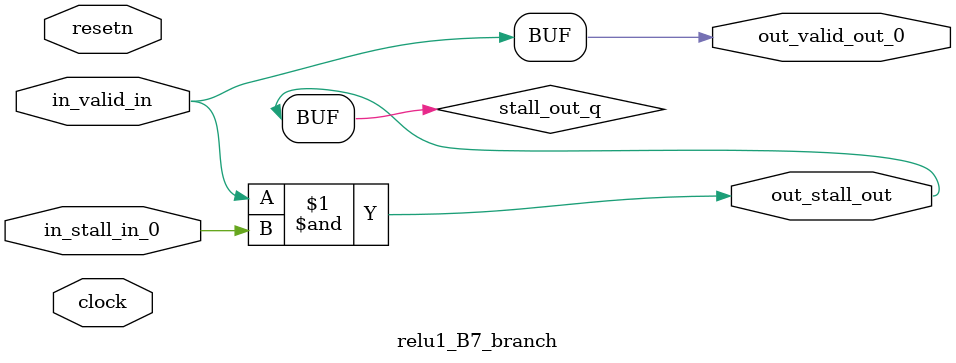
<source format=sv>



(* altera_attribute = "-name AUTO_SHIFT_REGISTER_RECOGNITION OFF; -name MESSAGE_DISABLE 10036; -name MESSAGE_DISABLE 10037; -name MESSAGE_DISABLE 14130; -name MESSAGE_DISABLE 14320; -name MESSAGE_DISABLE 15400; -name MESSAGE_DISABLE 14130; -name MESSAGE_DISABLE 10036; -name MESSAGE_DISABLE 12020; -name MESSAGE_DISABLE 12030; -name MESSAGE_DISABLE 12010; -name MESSAGE_DISABLE 12110; -name MESSAGE_DISABLE 14320; -name MESSAGE_DISABLE 13410; -name MESSAGE_DISABLE 113007; -name MESSAGE_DISABLE 10958" *)
module relu1_B7_branch (
    input wire [0:0] in_stall_in_0,
    input wire [0:0] in_valid_in,
    output wire [0:0] out_stall_out,
    output wire [0:0] out_valid_out_0,
    input wire clock,
    input wire resetn
    );

    wire [0:0] stall_out_q;


    // stall_out(LOGICAL,6)
    assign stall_out_q = in_valid_in & in_stall_in_0;

    // out_stall_out(GPOUT,4)
    assign out_stall_out = stall_out_q;

    // out_valid_out_0(GPOUT,5)
    assign out_valid_out_0 = in_valid_in;

endmodule

</source>
